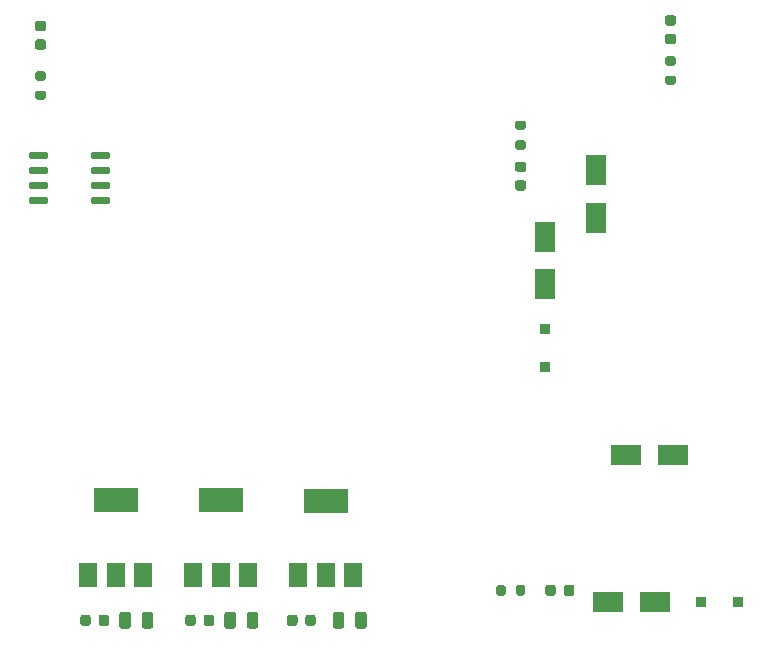
<source format=gbr>
%TF.GenerationSoftware,KiCad,Pcbnew,(5.1.9)-1*%
%TF.CreationDate,2021-03-27T15:00:31-04:00*%
%TF.ProjectId,Power,506f7765-722e-46b6-9963-61645f706362,rev?*%
%TF.SameCoordinates,Original*%
%TF.FileFunction,Paste,Top*%
%TF.FilePolarity,Positive*%
%FSLAX46Y46*%
G04 Gerber Fmt 4.6, Leading zero omitted, Abs format (unit mm)*
G04 Created by KiCad (PCBNEW (5.1.9)-1) date 2021-03-27 15:00:31*
%MOMM*%
%LPD*%
G01*
G04 APERTURE LIST*
%ADD10R,2.500000X1.800000*%
%ADD11R,1.800000X2.500000*%
%ADD12R,3.800000X2.000000*%
%ADD13R,1.500000X2.000000*%
%ADD14R,0.950000X0.900000*%
%ADD15R,0.900000X0.950000*%
G04 APERTURE END LIST*
%TO.C,C1*%
G36*
G01*
X95080000Y-85340000D02*
X95080000Y-84840000D01*
G75*
G02*
X95305000Y-84615000I225000J0D01*
G01*
X95755000Y-84615000D01*
G75*
G02*
X95980000Y-84840000I0J-225000D01*
G01*
X95980000Y-85340000D01*
G75*
G02*
X95755000Y-85565000I-225000J0D01*
G01*
X95305000Y-85565000D01*
G75*
G02*
X95080000Y-85340000I0J225000D01*
G01*
G37*
G36*
G01*
X93530000Y-85340000D02*
X93530000Y-84840000D01*
G75*
G02*
X93755000Y-84615000I225000J0D01*
G01*
X94205000Y-84615000D01*
G75*
G02*
X94430000Y-84840000I0J-225000D01*
G01*
X94430000Y-85340000D01*
G75*
G02*
X94205000Y-85565000I-225000J0D01*
G01*
X93755000Y-85565000D01*
G75*
G02*
X93530000Y-85340000I0J225000D01*
G01*
G37*
%TD*%
%TO.C,C2*%
G36*
G01*
X103970000Y-85340000D02*
X103970000Y-84840000D01*
G75*
G02*
X104195000Y-84615000I225000J0D01*
G01*
X104645000Y-84615000D01*
G75*
G02*
X104870000Y-84840000I0J-225000D01*
G01*
X104870000Y-85340000D01*
G75*
G02*
X104645000Y-85565000I-225000J0D01*
G01*
X104195000Y-85565000D01*
G75*
G02*
X103970000Y-85340000I0J225000D01*
G01*
G37*
G36*
G01*
X102420000Y-85340000D02*
X102420000Y-84840000D01*
G75*
G02*
X102645000Y-84615000I225000J0D01*
G01*
X103095000Y-84615000D01*
G75*
G02*
X103320000Y-84840000I0J-225000D01*
G01*
X103320000Y-85340000D01*
G75*
G02*
X103095000Y-85565000I-225000J0D01*
G01*
X102645000Y-85565000D01*
G75*
G02*
X102420000Y-85340000I0J225000D01*
G01*
G37*
%TD*%
%TO.C,C3*%
G36*
G01*
X111030000Y-85340000D02*
X111030000Y-84840000D01*
G75*
G02*
X111255000Y-84615000I225000J0D01*
G01*
X111705000Y-84615000D01*
G75*
G02*
X111930000Y-84840000I0J-225000D01*
G01*
X111930000Y-85340000D01*
G75*
G02*
X111705000Y-85565000I-225000J0D01*
G01*
X111255000Y-85565000D01*
G75*
G02*
X111030000Y-85340000I0J225000D01*
G01*
G37*
G36*
G01*
X112580000Y-85340000D02*
X112580000Y-84840000D01*
G75*
G02*
X112805000Y-84615000I225000J0D01*
G01*
X113255000Y-84615000D01*
G75*
G02*
X113480000Y-84840000I0J-225000D01*
G01*
X113480000Y-85340000D01*
G75*
G02*
X113255000Y-85565000I-225000J0D01*
G01*
X112805000Y-85565000D01*
G75*
G02*
X112580000Y-85340000I0J225000D01*
G01*
G37*
%TD*%
%TO.C,D1*%
G36*
G01*
X90426250Y-36785000D02*
X89913750Y-36785000D01*
G75*
G02*
X89695000Y-36566250I0J218750D01*
G01*
X89695000Y-36128750D01*
G75*
G02*
X89913750Y-35910000I218750J0D01*
G01*
X90426250Y-35910000D01*
G75*
G02*
X90645000Y-36128750I0J-218750D01*
G01*
X90645000Y-36566250D01*
G75*
G02*
X90426250Y-36785000I-218750J0D01*
G01*
G37*
G36*
G01*
X90426250Y-35210000D02*
X89913750Y-35210000D01*
G75*
G02*
X89695000Y-34991250I0J218750D01*
G01*
X89695000Y-34553750D01*
G75*
G02*
X89913750Y-34335000I218750J0D01*
G01*
X90426250Y-34335000D01*
G75*
G02*
X90645000Y-34553750I0J-218750D01*
G01*
X90645000Y-34991250D01*
G75*
G02*
X90426250Y-35210000I-218750J0D01*
G01*
G37*
%TD*%
%TO.C,D2*%
G36*
G01*
X143766250Y-34727500D02*
X143253750Y-34727500D01*
G75*
G02*
X143035000Y-34508750I0J218750D01*
G01*
X143035000Y-34071250D01*
G75*
G02*
X143253750Y-33852500I218750J0D01*
G01*
X143766250Y-33852500D01*
G75*
G02*
X143985000Y-34071250I0J-218750D01*
G01*
X143985000Y-34508750D01*
G75*
G02*
X143766250Y-34727500I-218750J0D01*
G01*
G37*
G36*
G01*
X143766250Y-36302500D02*
X143253750Y-36302500D01*
G75*
G02*
X143035000Y-36083750I0J218750D01*
G01*
X143035000Y-35646250D01*
G75*
G02*
X143253750Y-35427500I218750J0D01*
G01*
X143766250Y-35427500D01*
G75*
G02*
X143985000Y-35646250I0J-218750D01*
G01*
X143985000Y-36083750D01*
G75*
G02*
X143766250Y-36302500I-218750J0D01*
G01*
G37*
%TD*%
D10*
%TO.C,D3*%
X139700000Y-71120000D03*
X143700000Y-71120000D03*
%TD*%
D11*
%TO.C,D4*%
X132842000Y-56642000D03*
X132842000Y-52642000D03*
%TD*%
D10*
%TO.C,D5*%
X138176000Y-83566000D03*
X142176000Y-83566000D03*
%TD*%
D11*
%TO.C,D6*%
X137160000Y-50990000D03*
X137160000Y-46990000D03*
%TD*%
%TO.C,D7*%
G36*
G01*
X130553750Y-47822500D02*
X131066250Y-47822500D01*
G75*
G02*
X131285000Y-48041250I0J-218750D01*
G01*
X131285000Y-48478750D01*
G75*
G02*
X131066250Y-48697500I-218750J0D01*
G01*
X130553750Y-48697500D01*
G75*
G02*
X130335000Y-48478750I0J218750D01*
G01*
X130335000Y-48041250D01*
G75*
G02*
X130553750Y-47822500I218750J0D01*
G01*
G37*
G36*
G01*
X130553750Y-46247500D02*
X131066250Y-46247500D01*
G75*
G02*
X131285000Y-46466250I0J-218750D01*
G01*
X131285000Y-46903750D01*
G75*
G02*
X131066250Y-47122500I-218750J0D01*
G01*
X130553750Y-47122500D01*
G75*
G02*
X130335000Y-46903750I0J218750D01*
G01*
X130335000Y-46466250D01*
G75*
G02*
X130553750Y-46247500I218750J0D01*
G01*
G37*
%TD*%
%TO.C,D8*%
G36*
G01*
X135362500Y-82293750D02*
X135362500Y-82806250D01*
G75*
G02*
X135143750Y-83025000I-218750J0D01*
G01*
X134706250Y-83025000D01*
G75*
G02*
X134487500Y-82806250I0J218750D01*
G01*
X134487500Y-82293750D01*
G75*
G02*
X134706250Y-82075000I218750J0D01*
G01*
X135143750Y-82075000D01*
G75*
G02*
X135362500Y-82293750I0J-218750D01*
G01*
G37*
G36*
G01*
X133787500Y-82293750D02*
X133787500Y-82806250D01*
G75*
G02*
X133568750Y-83025000I-218750J0D01*
G01*
X133131250Y-83025000D01*
G75*
G02*
X132912500Y-82806250I0J218750D01*
G01*
X132912500Y-82293750D01*
G75*
G02*
X133131250Y-82075000I218750J0D01*
G01*
X133568750Y-82075000D01*
G75*
G02*
X133787500Y-82293750I0J-218750D01*
G01*
G37*
%TD*%
%TO.C,R1*%
G36*
G01*
X89895000Y-40240000D02*
X90445000Y-40240000D01*
G75*
G02*
X90645000Y-40440000I0J-200000D01*
G01*
X90645000Y-40840000D01*
G75*
G02*
X90445000Y-41040000I-200000J0D01*
G01*
X89895000Y-41040000D01*
G75*
G02*
X89695000Y-40840000I0J200000D01*
G01*
X89695000Y-40440000D01*
G75*
G02*
X89895000Y-40240000I200000J0D01*
G01*
G37*
G36*
G01*
X89895000Y-38590000D02*
X90445000Y-38590000D01*
G75*
G02*
X90645000Y-38790000I0J-200000D01*
G01*
X90645000Y-39190000D01*
G75*
G02*
X90445000Y-39390000I-200000J0D01*
G01*
X89895000Y-39390000D01*
G75*
G02*
X89695000Y-39190000I0J200000D01*
G01*
X89695000Y-38790000D01*
G75*
G02*
X89895000Y-38590000I200000J0D01*
G01*
G37*
%TD*%
%TO.C,R2*%
G36*
G01*
X143235000Y-37320000D02*
X143785000Y-37320000D01*
G75*
G02*
X143985000Y-37520000I0J-200000D01*
G01*
X143985000Y-37920000D01*
G75*
G02*
X143785000Y-38120000I-200000J0D01*
G01*
X143235000Y-38120000D01*
G75*
G02*
X143035000Y-37920000I0J200000D01*
G01*
X143035000Y-37520000D01*
G75*
G02*
X143235000Y-37320000I200000J0D01*
G01*
G37*
G36*
G01*
X143235000Y-38970000D02*
X143785000Y-38970000D01*
G75*
G02*
X143985000Y-39170000I0J-200000D01*
G01*
X143985000Y-39570000D01*
G75*
G02*
X143785000Y-39770000I-200000J0D01*
G01*
X143235000Y-39770000D01*
G75*
G02*
X143035000Y-39570000I0J200000D01*
G01*
X143035000Y-39170000D01*
G75*
G02*
X143235000Y-38970000I200000J0D01*
G01*
G37*
%TD*%
%TO.C,R3*%
G36*
G01*
X131085000Y-43580000D02*
X130535000Y-43580000D01*
G75*
G02*
X130335000Y-43380000I0J200000D01*
G01*
X130335000Y-42980000D01*
G75*
G02*
X130535000Y-42780000I200000J0D01*
G01*
X131085000Y-42780000D01*
G75*
G02*
X131285000Y-42980000I0J-200000D01*
G01*
X131285000Y-43380000D01*
G75*
G02*
X131085000Y-43580000I-200000J0D01*
G01*
G37*
G36*
G01*
X131085000Y-45230000D02*
X130535000Y-45230000D01*
G75*
G02*
X130335000Y-45030000I0J200000D01*
G01*
X130335000Y-44630000D01*
G75*
G02*
X130535000Y-44430000I200000J0D01*
G01*
X131085000Y-44430000D01*
G75*
G02*
X131285000Y-44630000I0J-200000D01*
G01*
X131285000Y-45030000D01*
G75*
G02*
X131085000Y-45230000I-200000J0D01*
G01*
G37*
%TD*%
%TO.C,R4*%
G36*
G01*
X131210000Y-82275000D02*
X131210000Y-82825000D01*
G75*
G02*
X131010000Y-83025000I-200000J0D01*
G01*
X130610000Y-83025000D01*
G75*
G02*
X130410000Y-82825000I0J200000D01*
G01*
X130410000Y-82275000D01*
G75*
G02*
X130610000Y-82075000I200000J0D01*
G01*
X131010000Y-82075000D01*
G75*
G02*
X131210000Y-82275000I0J-200000D01*
G01*
G37*
G36*
G01*
X129560000Y-82275000D02*
X129560000Y-82825000D01*
G75*
G02*
X129360000Y-83025000I-200000J0D01*
G01*
X128960000Y-83025000D01*
G75*
G02*
X128760000Y-82825000I0J200000D01*
G01*
X128760000Y-82275000D01*
G75*
G02*
X128960000Y-82075000I200000J0D01*
G01*
X129360000Y-82075000D01*
G75*
G02*
X129560000Y-82275000I0J-200000D01*
G01*
G37*
%TD*%
%TO.C,U2*%
G36*
G01*
X96075000Y-49380000D02*
X96075000Y-49680000D01*
G75*
G02*
X95925000Y-49830000I-150000J0D01*
G01*
X94575000Y-49830000D01*
G75*
G02*
X94425000Y-49680000I0J150000D01*
G01*
X94425000Y-49380000D01*
G75*
G02*
X94575000Y-49230000I150000J0D01*
G01*
X95925000Y-49230000D01*
G75*
G02*
X96075000Y-49380000I0J-150000D01*
G01*
G37*
G36*
G01*
X96075000Y-48110000D02*
X96075000Y-48410000D01*
G75*
G02*
X95925000Y-48560000I-150000J0D01*
G01*
X94575000Y-48560000D01*
G75*
G02*
X94425000Y-48410000I0J150000D01*
G01*
X94425000Y-48110000D01*
G75*
G02*
X94575000Y-47960000I150000J0D01*
G01*
X95925000Y-47960000D01*
G75*
G02*
X96075000Y-48110000I0J-150000D01*
G01*
G37*
G36*
G01*
X96075000Y-46840000D02*
X96075000Y-47140000D01*
G75*
G02*
X95925000Y-47290000I-150000J0D01*
G01*
X94575000Y-47290000D01*
G75*
G02*
X94425000Y-47140000I0J150000D01*
G01*
X94425000Y-46840000D01*
G75*
G02*
X94575000Y-46690000I150000J0D01*
G01*
X95925000Y-46690000D01*
G75*
G02*
X96075000Y-46840000I0J-150000D01*
G01*
G37*
G36*
G01*
X96075000Y-45570000D02*
X96075000Y-45870000D01*
G75*
G02*
X95925000Y-46020000I-150000J0D01*
G01*
X94575000Y-46020000D01*
G75*
G02*
X94425000Y-45870000I0J150000D01*
G01*
X94425000Y-45570000D01*
G75*
G02*
X94575000Y-45420000I150000J0D01*
G01*
X95925000Y-45420000D01*
G75*
G02*
X96075000Y-45570000I0J-150000D01*
G01*
G37*
G36*
G01*
X90825000Y-45570000D02*
X90825000Y-45870000D01*
G75*
G02*
X90675000Y-46020000I-150000J0D01*
G01*
X89325000Y-46020000D01*
G75*
G02*
X89175000Y-45870000I0J150000D01*
G01*
X89175000Y-45570000D01*
G75*
G02*
X89325000Y-45420000I150000J0D01*
G01*
X90675000Y-45420000D01*
G75*
G02*
X90825000Y-45570000I0J-150000D01*
G01*
G37*
G36*
G01*
X90825000Y-46840000D02*
X90825000Y-47140000D01*
G75*
G02*
X90675000Y-47290000I-150000J0D01*
G01*
X89325000Y-47290000D01*
G75*
G02*
X89175000Y-47140000I0J150000D01*
G01*
X89175000Y-46840000D01*
G75*
G02*
X89325000Y-46690000I150000J0D01*
G01*
X90675000Y-46690000D01*
G75*
G02*
X90825000Y-46840000I0J-150000D01*
G01*
G37*
G36*
G01*
X90825000Y-48110000D02*
X90825000Y-48410000D01*
G75*
G02*
X90675000Y-48560000I-150000J0D01*
G01*
X89325000Y-48560000D01*
G75*
G02*
X89175000Y-48410000I0J150000D01*
G01*
X89175000Y-48110000D01*
G75*
G02*
X89325000Y-47960000I150000J0D01*
G01*
X90675000Y-47960000D01*
G75*
G02*
X90825000Y-48110000I0J-150000D01*
G01*
G37*
G36*
G01*
X90825000Y-49380000D02*
X90825000Y-49680000D01*
G75*
G02*
X90675000Y-49830000I-150000J0D01*
G01*
X89325000Y-49830000D01*
G75*
G02*
X89175000Y-49680000I0J150000D01*
G01*
X89175000Y-49380000D01*
G75*
G02*
X89325000Y-49230000I150000J0D01*
G01*
X90675000Y-49230000D01*
G75*
G02*
X90825000Y-49380000I0J-150000D01*
G01*
G37*
%TD*%
D12*
%TO.C,U3*%
X96520000Y-74930000D03*
D13*
X96520000Y-81230000D03*
X98820000Y-81230000D03*
X94220000Y-81230000D03*
%TD*%
D12*
%TO.C,U4*%
X105410000Y-74930000D03*
D13*
X105410000Y-81230000D03*
X107710000Y-81230000D03*
X103110000Y-81230000D03*
%TD*%
%TO.C,U5*%
X112000000Y-81280000D03*
X116600000Y-81280000D03*
X114300000Y-81280000D03*
D12*
X114300000Y-74980000D03*
%TD*%
D14*
%TO.C,Z1*%
X132842000Y-63602000D03*
X132842000Y-60452000D03*
%TD*%
D15*
%TO.C,Z2*%
X146050000Y-83566000D03*
X149200000Y-83566000D03*
%TD*%
%TO.C,C4*%
G36*
G01*
X99735000Y-84615000D02*
X99735000Y-85565000D01*
G75*
G02*
X99485000Y-85815000I-250000J0D01*
G01*
X98985000Y-85815000D01*
G75*
G02*
X98735000Y-85565000I0J250000D01*
G01*
X98735000Y-84615000D01*
G75*
G02*
X98985000Y-84365000I250000J0D01*
G01*
X99485000Y-84365000D01*
G75*
G02*
X99735000Y-84615000I0J-250000D01*
G01*
G37*
G36*
G01*
X97835000Y-84615000D02*
X97835000Y-85565000D01*
G75*
G02*
X97585000Y-85815000I-250000J0D01*
G01*
X97085000Y-85815000D01*
G75*
G02*
X96835000Y-85565000I0J250000D01*
G01*
X96835000Y-84615000D01*
G75*
G02*
X97085000Y-84365000I250000J0D01*
G01*
X97585000Y-84365000D01*
G75*
G02*
X97835000Y-84615000I0J-250000D01*
G01*
G37*
%TD*%
%TO.C,C5*%
G36*
G01*
X106725000Y-84615000D02*
X106725000Y-85565000D01*
G75*
G02*
X106475000Y-85815000I-250000J0D01*
G01*
X105975000Y-85815000D01*
G75*
G02*
X105725000Y-85565000I0J250000D01*
G01*
X105725000Y-84615000D01*
G75*
G02*
X105975000Y-84365000I250000J0D01*
G01*
X106475000Y-84365000D01*
G75*
G02*
X106725000Y-84615000I0J-250000D01*
G01*
G37*
G36*
G01*
X108625000Y-84615000D02*
X108625000Y-85565000D01*
G75*
G02*
X108375000Y-85815000I-250000J0D01*
G01*
X107875000Y-85815000D01*
G75*
G02*
X107625000Y-85565000I0J250000D01*
G01*
X107625000Y-84615000D01*
G75*
G02*
X107875000Y-84365000I250000J0D01*
G01*
X108375000Y-84365000D01*
G75*
G02*
X108625000Y-84615000I0J-250000D01*
G01*
G37*
%TD*%
%TO.C,C6*%
G36*
G01*
X117795000Y-84615000D02*
X117795000Y-85565000D01*
G75*
G02*
X117545000Y-85815000I-250000J0D01*
G01*
X117045000Y-85815000D01*
G75*
G02*
X116795000Y-85565000I0J250000D01*
G01*
X116795000Y-84615000D01*
G75*
G02*
X117045000Y-84365000I250000J0D01*
G01*
X117545000Y-84365000D01*
G75*
G02*
X117795000Y-84615000I0J-250000D01*
G01*
G37*
G36*
G01*
X115895000Y-84615000D02*
X115895000Y-85565000D01*
G75*
G02*
X115645000Y-85815000I-250000J0D01*
G01*
X115145000Y-85815000D01*
G75*
G02*
X114895000Y-85565000I0J250000D01*
G01*
X114895000Y-84615000D01*
G75*
G02*
X115145000Y-84365000I250000J0D01*
G01*
X115645000Y-84365000D01*
G75*
G02*
X115895000Y-84615000I0J-250000D01*
G01*
G37*
%TD*%
M02*

</source>
